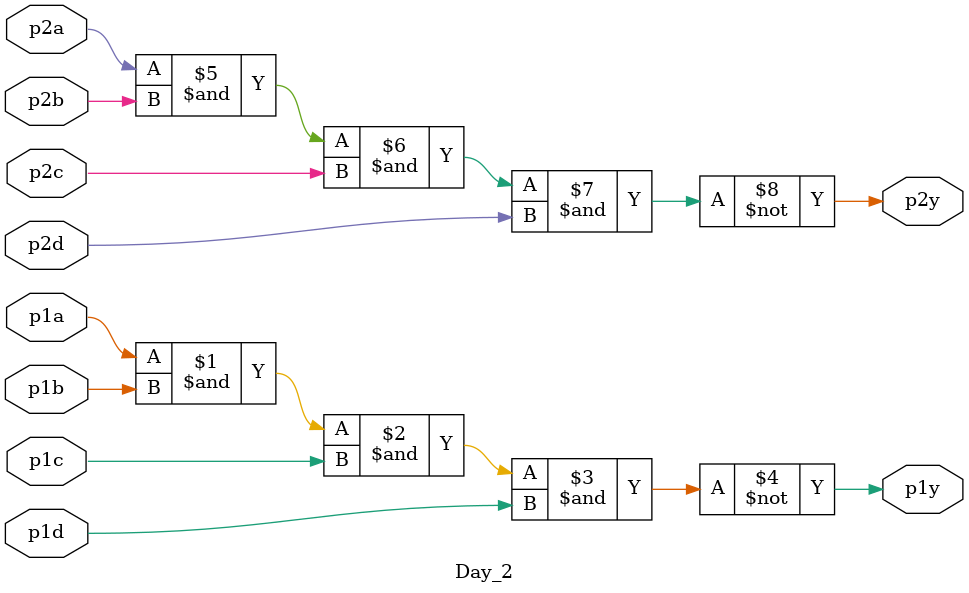
<source format=v>
`timescale 1ns / 1ps


module Day_2(p1y,p2y,p1a,p1b,p1c,p1d,p2a,p2b,p2c,p2d );

input p1a,p1b,p1c,p1d,p2a,p2b,p2c,p2d;
output p1y,p2y;

assign p1y=~(p1a & p1b & p1c & p1d);
assign p2y=~(p2a & p2b & p2c & p2d);
endmodule

</source>
